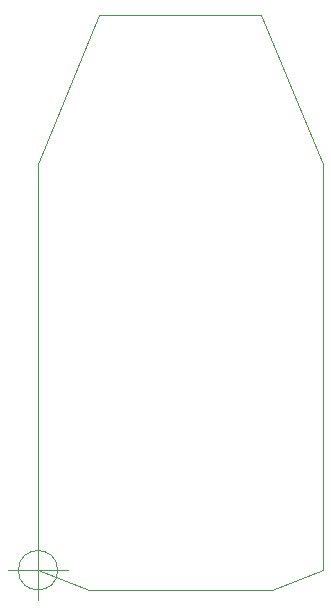
<source format=gm1>
G04 #@! TF.GenerationSoftware,KiCad,Pcbnew,(6.0.1)*
G04 #@! TF.CreationDate,2022-06-09T11:36:19-07:00*
G04 #@! TF.ProjectId,PS_controller_rev1_2,50535f63-6f6e-4747-926f-6c6c65725f72,rev?*
G04 #@! TF.SameCoordinates,Original*
G04 #@! TF.FileFunction,Profile,NP*
%FSLAX46Y46*%
G04 Gerber Fmt 4.6, Leading zero omitted, Abs format (unit mm)*
G04 Created by KiCad (PCBNEW (6.0.1)) date 2022-06-09 11:36:19*
%MOMM*%
%LPD*%
G01*
G04 APERTURE LIST*
G04 #@! TA.AperFunction,Profile*
%ADD10C,0.100000*%
G04 #@! TD*
G04 APERTURE END LIST*
D10*
X162300000Y-114600000D02*
X158000000Y-116300000D01*
X143400000Y-67600000D02*
X157100000Y-67600000D01*
X162300000Y-114600000D02*
X162300000Y-109800000D01*
X142500000Y-116300000D02*
X138200000Y-114600000D01*
X162300000Y-80200000D02*
X157100000Y-67600000D01*
X138200000Y-109800000D02*
X138200000Y-80200000D01*
X138200000Y-114600000D02*
X138200000Y-109800000D01*
X142500000Y-116300000D02*
X158000000Y-116300000D01*
X162300000Y-109800000D02*
X162300000Y-80200000D01*
X138200000Y-80200000D02*
X143400000Y-67600000D01*
X139866666Y-114600000D02*
G75*
G03*
X139866666Y-114600000I-1666666J0D01*
G01*
X135700000Y-114600000D02*
X140700000Y-114600000D01*
X138200000Y-112100000D02*
X138200000Y-117100000D01*
M02*

</source>
